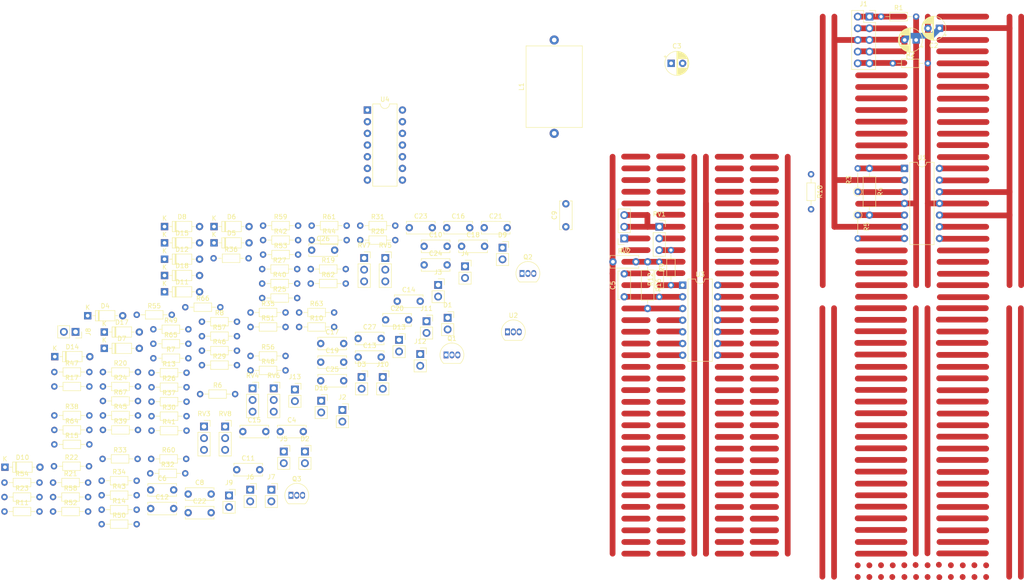
<source format=kicad_pcb>
(kicad_pcb (version 20211014) (generator pcbnew)
  (layers (0 "F.Cu" signal) (31 "B.Cu" signal) (34 "B.Paste" user) (35 "F.Paste" user) (36 "B.SilkS" user "B.Silkscreen") (37 "F.SilkS" user "F.Silkscreen") (38 "B.Mask" user) (39 "F.Mask" user) (44 "Edge.Cuts" user))
  (net 0 "")
  (net 1 "+12V")
  (net 2 "GND")
  (net 3 "-12V")
  (net 4 "+5V")
  (net 5 "Net-(C5-Pad1)")
  (net 6 "Net-(C5-Pad2)")
  (net 7 "Net-(C6-Pad1)")
  (net 8 "Net-(C6-Pad2)")
  (net 9 "Net-(C7-Pad2)")
  (net 10 "Net-(C8-Pad1)")
  (net 11 "Net-(C8-Pad2)")
  (net 12 "Net-(C10-Pad1)")
  (net 13 "Net-(C10-Pad2)")
  (net 14 "Net-(C11-Pad2)")
  (net 15 "Net-(C12-Pad1)")
  (net 16 "Net-(C12-Pad2)")
  (net 17 "Net-(C13-Pad1)")
  (net 18 "Net-(C13-Pad2)")
  (net 19 "Net-(C14-Pad2)")
  (net 20 "Net-(C15-Pad2)")
  (net 21 "Net-(C16-Pad1)")
  (net 22 "Net-(C16-Pad2)")
  (net 23 "SNAREMIX")
  (net 24 "Net-(C18-Pad1)")
  (net 25 "Net-(C18-Pad2)")
  (net 26 "Net-(C19-Pad1)")
  (net 27 "Net-(C19-Pad2)")
  (net 28 "Net-(C20-Pad2)")
  (net 29 "Net-(C21-Pad2)")
  (net 30 "Net-(C22-Pad2)")
  (net 31 "Net-(C23-Pad1)")
  (net 32 "Net-(C23-Pad2)")
  (net 33 "Net-(C24-Pad2)")
  (net 34 "Net-(C25-Pad2)")
  (net 35 "Net-(C26-Pad1)")
  (net 36 "Net-(C26-Pad2)")
  (net 37 "Net-(C27-Pad2)")
  (net 38 "Net-(D1-Pad1)")
  (net 39 "kicktrig")
  (net 40 "Net-(D2-Pad1)")
  (net 41 "SNAREtrig")
  (net 42 "Net-(D3-Pad1)")
  (net 43 "Noisetrig")
  (net 44 "Net-(D7-Pad2)")
  (net 45 "Net-(D8-Pad1)")
  (net 46 "Net-(D8-Pad2)")
  (net 47 "Net-(D9-Pad1)")
  (net 48 "LOWBONGOtrig")
  (net 49 "Net-(D12-Pad2)")
  (net 50 "Net-(D13-Pad1)")
  (net 51 "HIBONGOtrig")
  (net 52 "Net-(D15-Pad2)")
  (net 53 "Net-(D16-Pad1)")
  (net 54 "CLAVEtrig")
  (net 55 "Net-(D17-Pad2)")
  (net 56 "Net-(J1-Pad1)")
  (net 57 "Net-(J1-Pad10)")
  (net 58 "Net-(J8-Pad2)")
  (net 59 "Net-(J9-Pad2)")
  (net 60 "Net-(J10-Pad2)")
  (net 61 "Net-(J11-Pad2)")
  (net 62 "Net-(J12-Pad2)")
  (net 63 "Net-(J13-Pad2)")
  (net 64 "Net-(Q2-Pad1)")
  (net 66 "mixbus")
  (net 67 "Net-(R3-Pad2)")
  (net 68 "Net-(R4-Pad2)")
  (net 69 "mixout")
  (net 70 "Net-(R9-Pad2)")
  (net 71 "Net-(R24-Pad2)")
  (net 72 "Net-(R36-Pad2)")
  (net 73 "Net-(R40-Pad2)")
  (net 74 "Net-(R41-Pad2)")
  (net 75 "Net-(R47-Pad2)")
  (net 76 "SNAREOUT")
  (net 77 "Net-(R52-Pad2)")
  (net 78 "KICKOUT")
  (net 79 "LOWBONGO")
  (net 80 "HIGHBONGO")
  (net 81 "CLAVEOUT")
  (net 82 "Net-(RV1-Pad1)")
  (net 83 "Net-(RV3-Pad1)")
  (net 84 "Net-(RV5-Pad1)")
  (net 85 "Net-(RV7-Pad1)")
  (footprint "Resistor_THT:R_Axial_DIN0204_L3.6mm_D1.6mm_P7.62mm_Horizontal" (layer "F.Cu") (at 44.06 115.32)
    (fp_text reference "R39")
    (fp_text value "1k")
  )
  (footprint "Resistor_THT:R_Axial_DIN0204_L3.6mm_D1.6mm_P7.62mm_Horizontal" (layer "F.Cu") (at 54.55 121.62)
    (fp_text reference "R60")
    (fp_text value "100k")
  )
  (footprint "Resistor_THT:R_Axial_DIN0204_L3.6mm_D1.6mm_P7.62mm_Horizontal" (layer "F.Cu") (at 43.78 135.82)
    (fp_text reference "R50")
    (fp_text value "100k")
  )
  (footprint "Connector_PinSocket_2.54mm:PinSocket_1x03_P2.54mm_Vertical" (layer "F.Cu") (at 66.05 114.57)
    (fp_text reference "RV3")
    (fp_text value "B470k")
  )
  (footprint "Resistor_THT:R_Axial_DIN0204_L3.6mm_D1.6mm_P7.62mm_Horizontal" (layer "F.Cu") (at 76.17 92.92)
    (fp_text reference "R51")
    (fp_text value "100k")
  )
  (footprint "Resistor_THT:R_Axial_DIN0207_L6.3mm_D2.5mm_P10.16mm_Horizontal" (layer "F.Cu") (at 162.56 78.74 -90)
    (fp_text reference "R16")
    (fp_text value "68k")
  )
  (footprint "Resistor_THT:R_Axial_DIN0204_L3.6mm_D1.6mm_P7.62mm_Horizontal" (layer "F.Cu") (at 61.98 88.62)
    (fp_text reference "R66")
    (fp_text value "1k")
  )
  (footprint "Resistor_THT:R_Axial_DIN0204_L3.6mm_D1.6mm_P7.62mm_Horizontal" (layer "F.Cu") (at 65.6 98.07)
    (fp_text reference "R46")
    (fp_text value "47k")
  )
  (footprint "Resistor_THT:R_Axial_DIN0204_L3.6mm_D1.6mm_P7.62mm_Horizontal" (layer "F.Cu") (at 78.9 74.02)
    (fp_text reference "R42")
    (fp_text value "10k")
  )
  (footprint "Resistor_THT:R_Axial_DIN0204_L3.6mm_D1.6mm_P7.62mm_Horizontal" (layer "F.Cu") (at 100.04 74.02)
    (fp_text reference "R28")
    (fp_text value "1M")
  )
  (footprint "Resistor_THT:R_Axial_DIN0204_L3.6mm_D1.6mm_P7.62mm_Horizontal" (layer "F.Cu") (at 78.7 86.62)
    (fp_text reference "R25")
    (fp_text value "10k")
  )
  (footprint "Capacitor_THT:C_Disc_D6.0mm_W2.5mm_P5.00mm" (layer "F.Cu") (at 99.59 99.47)
    (fp_text reference "C13")
    (fp_text value "47nf")
  )
  (footprint "Connector_PinSocket_2.54mm:PinSocket_1x03_P2.54mm_Vertical" (layer "F.Cu") (at 100.89 77.92)
    (fp_text reference "RV7")
    (fp_text value "B470k")
  )
  (footprint "Capacitor_THT:C_Disc_D6.0mm_W2.5mm_P5.00mm" (layer "F.Cu") (at 110.71 71.32)
    (fp_text reference "C23")
    (fp_text value "1n5")
  )
  (footprint "Resistor_THT:R_Axial_DIN0204_L3.6mm_D1.6mm_P7.62mm_Horizontal" (layer "F.Cu") (at 89.47 74.02)
    (fp_text reference "R44")
    (fp_text value "10k")
  )
  (footprint "Diode_THT:D_DO-35_SOD27_P7.62mm_Horizontal" (layer "F.Cu") (at 57.46 71.07)
    (fp_text reference "D8")
    (fp_text value "1N4148")
  )
  (footprint "Resistor_THT:R_Axial_DIN0204_L3.6mm_D1.6mm_P7.62mm_Horizontal" (layer "F.Cu") (at 33.21 129.92)
    (fp_text reference "R58")
    (fp_text value "10k")
  )
  (footprint "Resistor_THT:R_Axial_DIN0204_L3.6mm_D1.6mm_P5.08mm_Vertical" (layer "F.Cu") (at 208.28 63.5 90)
    (fp_text reference "R3")
    (fp_text value "100k")
  )
  (footprint "Connector_PinSocket_2.54mm:PinSocket_1x03_P2.54mm_Vertical" (layer "F.Cu") (at 165.1 71.12)
    (fp_text reference "RV1")
    (fp_text value "B470k")
  )
  (footprint "Resistor_THT:R_Axial_DIN0204_L3.6mm_D1.6mm_P7.62mm_Horizontal" (layer "F.Cu") (at 44.06 102.72)
    (fp_text reference "R20")
    (fp_text value "2k2")
  )
  (footprint "Resistor_THT:R_Axial_DIN0204_L3.6mm_D1.6mm_P7.62mm_Horizontal" (layer "F.Cu") (at 55.03 96.57)
    (fp_text reference "R65")
    (fp_text value "1k")
  )
  (footprint "Capacitor_THT:C_Disc_D6.0mm_W2.5mm_P5.00mm" (layer "F.Cu") (at 113.94 75.37)
    (fp_text reference "C10")
    (fp_text value "470nf")
  )
  (footprint "Resistor_THT:R_Axial_DIN0204_L3.6mm_D1.6mm_P7.62mm_Horizontal" (layer "F.Cu") (at 33.49 118.47)
    (fp_text reference "R15")
    (fp_text value "47k")
  )
  (footprint "Connector_PinSocket_2.54mm:PinSocket_1x02_P2.54mm_Vertical" (layer "F.Cu") (at 80.7 128.32)
    (fp_text reference "J7")
    (fp_text value "NoiseTrig")
  )
  (footprint "Capacitor_THT:C_Disc_D6.0mm_W2.5mm_P5.00mm" (layer "F.Cu") (at 91.44 104.62)
    (fp_text reference "C25")
    (fp_text value "1n5")
  )
  (footprint "Capacitor_THT:CP_Radial_D5.0mm_P2.50mm" (layer "F.Cu") (at 226.06 27.94 180)
    (fp_text reference "C2")
    (fp_text value "10uf")
  )
  (footprint "Resistor_THT:R_Axial_DIN0204_L3.6mm_D1.6mm_P7.62mm_Horizontal" (layer "F.Cu") (at 54.63 115.47)
    (fp_text reference "R41")
    (fp_text value "150k")
  )
  (footprint "Connector_PinSocket_2.54mm:PinSocket_2x05_P2.54mm_Vertical" (layer "F.Cu") (at 210.82 25.4)
    (fp_text reference "J1")
    (fp_text value "Conn_02x05_Odd_Even")
  )
  (footprint "Resistor_THT:R_Axial_DIN0204_L3.6mm_D1.6mm_P7.62mm_Horizontal" (layer "F.Cu") (at 78.7 83.47)
    (fp_text reference "R40")
    (fp_text value "100k")
  )
  (footprint "Resistor_THT:R_Axial_DIN0204_L3.6mm_D1.6mm_P7.62mm_Horizontal" (layer "F.Cu") (at 55.03 93.42)
    (fp_text reference "R49")
    (fp_text value "100k")
  )
  (footprint "Connector_PinSocket_2.54mm:PinSocket_1x03_P2.54mm_Vertical" (layer "F.Cu") (at 157.48 73.66 180)
    (fp_text reference "RV2")
    (fp_text value "1M")
  )
  (footprint "Resistor_THT:R_Axial_DIN0204_L3.6mm_D1.6mm_P7.62mm_Horizontal" (layer "F.Cu") (at 51.41 90.27)
    (fp_text reference "R55")
    (fp_text value "1k")
  )
  (footprint "Resistor_THT:R_Axial_DIN0204_L3.6mm_D1.6mm_P7.62mm_Horizontal" (layer "F.Cu") (at 22.64 133.07)
    (fp_text reference "R11")
    (fp_text value "100k")
  )
  (footprint "Connector_PinSocket_2.54mm:PinSocket_1x02_P2.54mm_Vertical" (layer "F.Cu") (at 130.99 75.67)
    (fp_text reference "D9")
    (fp_text value "LBongoLED")
  )
  (footprint "Resistor_THT:R_Axial_DIN0204_L3.6mm_D1.6mm_P7.62mm_Horizontal" (layer "F.Cu") (at 54.63 112.32)
    (fp_text reference "R30")
    (fp_text value "47k")
  )
  (footprint "Capacitor_THT:C_Disc_D6.0mm_W2.5mm_P5.00mm" (layer "F.Cu") (at 73.17 123.97)
    (fp_text reference "C11")
    (fp_text value "100nf")
  )
  (footprint "Resistor_THT:R_Axial_DIN0204_L3.6mm_D1.6mm_P7.62mm_Horizontal" (layer "F.Cu") (at 65.6 91.77)
    (fp_text reference "R8")
    (fp_text value "1k")
  )
  (footprint "Inductor_THT:L_Axial_L17.5mm_D12.0mm_P20.32mm_Horizontal_Vishay_IM-10-46" (layer "F.Cu") (at 142.24 50.8 90)
    (fp_text reference "L1")
    (fp_text value "100mh")
  )
  (footprint "Resistor_THT:R_Axial_DIN0204_L3.6mm_D1.6mm_P7.62mm_Horizontal" (layer "F.Cu") (at 43.78 132.67)
    (fp_text reference "R14")
    (fp_text value "27k")
  )
  (footprint "Connector_PinSocket_2.54mm:PinSocket_1x03_P2.54mm_Vertical" (layer "F.Cu") (at 81.22 106.27)
    (fp_text reference "RV6")
    (fp_text value "1M")
  )
  (footprint "Resistor_THT:R_Axial_DIN0204_L3.6mm_D1.6mm_P7.62mm_Horizontal" (layer "F.Cu") (at 33.21 133.07)
    (fp_text reference "R52")
    (fp_text value "150k")
  )
  (footprint "Resistor_THT:R_Axial_DIN0204_L3.6mm_D1.6mm_P7.62mm_Horizontal" (layer "F.Cu") (at 65.2 107.52)
    (fp_text reference "R6")
    (fp_text value "1k")
  )
  (footprint "Connector_PinSocket_2.54mm:PinSocket_1x02_P2.54mm_Vertical" (layer "F.Cu") (at 100.34 103.82)
    (fp_text reference "D3")
    (fp_text value "nosieLED")
  )
  (footprint "Resistor_THT:R_Axial_DIN0204_L3.6mm_D1.6mm_P7.62mm_Horizontal" (layer "F.Cu") (at 78.9 70.87)
    (fp_text reference "R59")
    (fp_text value "47k")
  )
  (footprint "Connector_PinSocket_2.54mm:PinSocket_1x02_P2.54mm_Vertical" (layer "F.Cu") (at 113.09 98.82)
    (fp_text reference "J12")
    (fp_text value "SnareOut")
  )
  (footprint "Resistor_THT:R_Axial_DIN0204_L3.6mm_D1.6mm_P7.62mm_Horizontal" (layer "F.Cu") (at 100.04 70.87)
    (fp_text reference "R31")
    (fp_text value "68k")
  )
  (footprint "Diode_THT:D_DO-35_SOD27_P7.62mm_Horizontal" (layer "F.Cu") (at 57.46 74.62)
    (fp_text reference "D15")
    (fp_text value "1N4148")
  )
  (footprint "Capacitor_THT:C_Disc_D6.0mm_W2.5mm_P5.00mm" (layer "F.Cu") (at 99.59 95.42)
    (fp_text reference "C27")
    (fp_text value "470nf")
  )
  (footprint "Diode_THT:D_DO-35_SOD27_P7.62mm_Horizontal" (layer "F.Cu") (at 22.74 123.42)
    (fp_text reference "D10")
    (fp_text value "1N4148")
  )
  (footprint "Capacitor_THT:CP_Radial_D5.0mm_P2.50mm" (layer "F.Cu") (at 167.68 35.56)
    (fp_text reference "C3")
    (fp_text value "10uf")
  )
  (footprint "Capacitor_THT:C_Disc_D6.0mm_W2.5mm_P5.00mm" (layer "F.Cu") (at 118.86 71.32)
    (fp_text reference "C16")
    (fp_text value "470nf")
  )
  (footprint "Resistor_THT:R_Axial_DIN0204_L3.6mm_D1.6mm_P7.62mm_Horizontal" (layer "F.Cu") (at 78.7 80.32)
    (fp_text reference "R27")
    (fp_text value "10k")
  )
  (footprint "Resistor_THT:R_Axial_DIN0204_L3.6mm_D1.6mm_P7.62mm_Horizontal" (layer "F.Cu") (at 44.06 105.87)
    (fp_text reference "R24")
    (fp_text value "150k")
  )
  (footprint "Resistor_THT:R_Axial_DIN0204_L3.6mm_D1.6mm_P7.62mm_Horizontal" (layer "F.Cu") (at 33.21 126.77)
    (fp_text reference "R21")
    (fp_text value "1M")
  )
  (footprint "Resistor_THT:R_Axial_DIN0204_L3.6mm_D1.6mm_P7.62mm_Horizontal" (layer "F.Cu") (at 215.9 35.56)
    (fp_text reference "R2")
    (fp_text value "10R")
  )
  (footprint "Resistor_THT:R_Axial_DIN0204_L3.6mm_D1.6mm_P7.62mm_Horizontal" (layer "F.Cu") (at 22.64 126.77)
    (fp_text reference "R54")
    (fp_text value "10k")
  )
  (footprint "Package_TO_SOT_THT:TO-92_Inline" (layer "F.Cu") (at 135.25 81.28)
    (fp_text reference "Q2")
    (fp_text value "2N3904")
  )
  (footprint "Connector_PinSocket_2.54mm:PinSocket_1x02_P2.54mm_Vertical" (layer "F.Cu") (at 116.99 83.77)
    (fp_text reference "J3")
    (fp_text value "LOWBongoTrig")
  )
  (footprint "Diode_THT:D_DO-35_SOD27_P7.62mm_Horizontal" (layer "F.Cu") (at 68.23 71.07)
    (fp_text reference "D6")
    (fp_text value "1N4148")
  )
  (footprint "Resistor_THT:R_Axial_DIN0204_L3.6mm_D1.6mm_P7.62mm_Horizontal" (layer "F.Cu") (at 167.64 83.82 90)
    (fp_text reference "R9")
    (fp_text value "150k")
  )
  (footprint "Connector_PinSocket_2.54mm:PinSocket_1x02_P2.54mm_Vertical" (layer "F.Cu") (at 71.5 129.57)
    (fp_text reference "J9")
    (fp_text value "LOWBongoOut")
  )
  (footprint "Resistor_THT:R_Axial_DIN0204_L3.6mm_D1.6mm_P7.62mm_Horizontal" (layer "F.Cu") (at 33.49 105.87)
    (fp_text reference "R17")
    (fp_text value "27k")
  )
  (footprint "Capacitor_THT:C_Disc_D6.0mm_W2.5mm_P5.00mm" (layer "F.Cu") (at 113.94 79.42)
    (fp_text reference "C24")
    (fp_text value "4n7")
  )
  (footprint "Resistor_THT:R_Axial_DIN0204_L3.6mm_D1.6mm_P7.62mm_Horizontal" (layer "F.Cu") (at 65.6 94.92)
    (fp_text reference "R57")
    (fp_text value "68k")
  )
  (footprint "Capacitor_THT:C_Disc_D6.0mm_W2.5mm_P5.00mm" (layer "F.Cu") (at 122.09 75.37)
    (fp_text reference "C18")
    (fp_text value "10nf")
  )
  (footprint "Resistor_THT:R_Axial_DIN0204_L3.6mm_D1.6mm_P7.62mm_Horizontal" (layer "F.Cu") (at 68.13 77.97)
    (fp_text reference "R36")
    (fp_text value "18k")
  )
  (footprint "Resistor_THT:R_Axial_DIN0204_L3.6mm_D1.6mm_P7.62mm_Horizontal" (layer "F.Cu") (at 213.36 25.4)
    (fp_text reference "R1")
    (fp_text value "10R")
  )
  (footprint "Resistor_THT:R_Axial_DIN0204_L3.6mm_D1.6mm_P7.62mm_Horizontal" (layer "F.Cu") (at 33.49 115.32)
    (fp_text reference "R64")
    (fp_text value "1k")
  )
  (footprint "Diode_THT:D_DO-35_SOD27_P7.62mm_Horizontal" (layer "F.Cu") (at 57.46 85.27)
    (fp_text reference "D11")
    (fp_text value "1N4148")
  )
  (footprint "Resistor_THT:R_Axial_DIN0204_L3.6mm_D1.6mm_P7.62mm_Horizontal" (layer "F.Cu") (at 89.27 83.47)
    (fp_text reference "R62")
    (fp_text value "1k")
  )
  (footprint "Connector_PinSocket_2.54mm:PinSocket_1x03_P2.54mm_Vertical" (layer "F.Cu") (at 76.62 106.27)
    (fp_text reference "RV4")
    (fp_text value "1M")
  )
  (footprint "Diode_THT:D_DO-35_SOD27_P7.62mm_Horizontal" (layer "F.Cu") (at 40.74 90.47)
    (fp_text reference "D4")
    (fp_text value "1N4148")
  )
  (footprint "Capacitor_THT:C_Disc_D6.0mm_W2.5mm_P5.00mm" (layer "F.Cu") (at 144.78 71.12 90)
    (fp_text reference "C9")
    (fp_text value "47nf")
  )
  (footprint "Package_TO_SOT_THT:TO-92_Inline" (layer "F.Cu") (at 84.96 129.54)
    (fp_text reference "Q3")
    (fp_text value "2N3904")
  )
  (footprint "Resistor_THT:R_Axial_DIN0204_L3.6mm_D1.6mm_P7.62mm_Horizontal" (layer "F.Cu") (at 89.47 70.87)
    (fp_text reference "R61")
    (fp_text value "100k")
  )
  (footprint "Resistor_THT:R_Axial_DIN0204_L3.6mm_D1.6mm_P7.62mm_Horizontal" (layer "F.Cu") (at 22.64 129.92)
    (fp_text reference "R23")
    (fp_text value "1M")
  )
  (footprint "Capacitor_THT:C_Disc_D6.0mm_W2.5mm_P5.00mm" (layer "F.Cu") (at 54.45 128.37)
    (fp_text reference "C6")
    (fp_text value "150nf")
  )
  (footprint "Package_TO_SOT_THT:TO-92_Inline" (layer "F.Cu") (at 132.08 93.98)
    (fp_text reference "U2")
    (fp_text value "L78L05_TO92")
  )
  (footprint "Package_TO_SOT_THT:TO-92_Inline" (layer "F.Cu") (at 118.72 99)
    (fp_text reference "Q1")
    (fp_text value "2N3904")
  )
  (footprint "Resistor_THT:R_Axial_DIN0204_L3.6mm_D1.6mm_P7.62mm_Horizontal" (layer "F.Cu") (at 33.49 102.72)
    (fp_text reference "R47")
    (fp_text value "100k")
  )
  (footprint "Capacitor_THT:C_Disc_D6.0mm_W2.5mm_P5.00mm" (layer "F.Cu") (at 62.6 129.27)
    (fp_text reference "C8")
    (fp_text value "100nf")
  )
  (footprint "Connector_PinSocket_2.54mm:PinSocket_1x02_P2.54mm_Vertical" (layer "F.Cu") (at 38.1 93.98 -90)
    (fp_text reference "J8")
    (fp_text value "KickOut")
  )
  (footprint "Capacitor_THT:C_Disc_D6.0mm_W2.5mm_P5.00mm" (layer "F.Cu") (at 105.56 91.37)
    (fp_text reference "C20")
    (fp_text value "33nf")
  )
  (footprint "Resistor_THT:R_Axial_DIN0204_L3.6mm_D1.6mm_P7.62mm_Horizontal" (layer "F.Cu") (at 43.98 121.62)
    (fp_text reference "R33")
    (fp_text value "100k")
  )
  (footprint "Diode_THT:D_DO-35_SOD27_P7.62mm_Horizontal" (layer "F.Cu") (at 57.46 78.17)
    (fp_text reference "D12")
    (fp_text value "1N4148")
  )
  (footprint "Package_DIP:DIP-14_W7.62mm" (layer "F.Cu") (at 170.18 83.82)
    (fp_text reference "U3")
    (fp_text value "4011")
  )
  (footprint "Resistor_THT:R_Axial_DIN0204_L3.6mm_D1.6mm_P7.62mm_Horizontal" (layer "F.Cu") (at 54.63 109.17)
    (fp_text reference "R37")
    (fp_text value "100k")
  )
  (footprint "Connector_PinSocket_2.54mm:PinSocket_1x02_P2.54mm_Vertical" (layer "F.Cu") (at 119.06 90.92)
    (fp_text reference "D1")
    (fp_text value "kickLED")
  )
  (footprint "Diode_THT:D_DO-35_SOD27_P7.62mm_Horizontal" (layer "F.Cu") (at 44.36 97.57)
    (fp_text reference "D7")
    (fp_text value "1N4148")
  )
  (footprint "Capacitor_THT:C_Disc_D6.0mm_W2.5mm_P5.00mm" (layer "F.Cu") (at 74.5 115.67)
    (fp_text reference "C15")
    (fp_text value "15nf")
  )
  (footprint "Resistor_THT:R_Axial_DIN0204_L3.6mm_D1.6mm_P7.62mm_Horizontal" (layer "F.Cu") (at 43.78 126.37)
    (fp_text reference "R34")
    (fp_text value "100k")
  )
  (footprint "Connector_PinSocket_2.54mm:PinSocket_1x02_P2.54mm_Vertical" (layer "F.Cu") (at 88 120.02)
    (fp_text reference "D2")
    (fp_text value "SNARELED")
  )
  (footprint "Package_DIP:DIP-14_W7.62mm" (layer "F.Cu") (at 101.6 45.72)
    (fp_text reference "U4")
    (fp_text value "TL074")
  )
  (footprint "Connector_PinSocket_2.54mm:PinSocket_1x03_P2.54mm_Vertical" (layer "F.Cu") (at 70.65 114.57)
    (fp_text reference "RV8")
    (fp_text value "1M")
  )
  (footprint "Connector_PinSocket_2.54mm:PinSocket_1x02_P2.54mm_Vertical" (layer "F.Cu") (at 114.46 91.67)
    (fp_text reference "J11")
    (fp_text value "ClaveOut")
  )
  (footprint "Resistor_THT:R_Axial_DIN0204_L3.6mm_D1.6mm_P7.62mm_Horizontal" (layer "F.Cu") (at 54.35 124.77)
    (fp_text reference "R32")
    (fp_text value "4k7")
  )
  (footprint "Capacitor_THT:C_Disc_D6.0mm_W2.5mm_P5.00mm" (layer "F.Cu") (at 157.48 86.36 90)
    (fp_text reference "C5")
    (fp_text value "47nf")
  )
  (footprint "Resistor_THT:R_Axial_DIN0204_L3.6mm_D1.6mm_P7.62mm_Horizontal" (layer "F.Cu") (at 165.1 86.36 90)
    (fp_text reference "R12")
    (fp_text value "68k")
  )
  (footprint "Connector_PinSocket_2.54mm:PinSocket_1x02_P2.54mm_Vertical" (layer "F.Cu") (at 76.1 128.32)
    (fp_text reference "J6")
    (fp_text value "SnareTrig")
  )
  (footprint "Connector_PinSocket_2.54mm:PinSocket_1x02_P2.54mm_Vertical" (layer "F.Cu") (at 108.49 95.72)
    (fp_text reference "D13")
    (fp_text value "HBongoLED")
  )
  (footprint "Diode_THT:D_DO-35_SOD27_P7.62mm_Horizontal" (layer "F.Cu") (at 68.23 74.62)
    (fp_text reference "D5")
    (fp_text value "1N4148")
  )
  (footprint "Capacitor_THT:C_Disc_D6.0mm_W2.5mm_P5.00mm" (layer "F.Cu") (at 155.02 78.74)
    (fp_text reference "C7")
    (fp_text value "150nf")
  )
  (footprint "Capacitor_THT:CP_Radial_D5.0mm_P2.50mm" (layer "F.Cu") (at 220.98 30.48 180)
    (fp_text reference "C1")
    (fp_text value "10uf")
  )
  (footprint "Connector_PinSocket_2.54mm:PinSocket_1x02_P2.54mm_Vertical" (layer "F.Cu") (at 83.4 120.02)
    (fp_text reference "J5")
    (fp_text value "ClaveTrig")
  )
  (footprint "Capacitor_THT:C_Disc_D6.0mm_W2.5mm_P5.00mm" (layer "F.Cu") (at 108.09 87.32)
    (fp_text reference "C14")
    (fp_text value "47nf")
  )
  (footprint "Connector_PinSocket_2.54mm:PinSocket_1x02_P2.54mm_Vertical" (layer "F.Cu") (at 85.82 106.52)
    (fp_text reference "J13")
    (fp_text value "MixOut")
  )
  (footprint "Resistor_THT:R_Axial_DIN0204_L3.6mm_D1.6mm_P7.62mm_Horizontal" (layer "F.Cu") (at 65.6 101.22)
    (fp_text reference "R29")
    (fp_text value "27k")
  )
  (footprint "Resistor_THT:R_Axial_DIN0204_L3.6mm_D1.6mm_P7.62mm_Horizontal" (layer "F.Cu") (at 89.27 80.32)
    (fp_text reference "R19")
    (fp_text value "100k")
  )
  (footprint "Connector_PinSocket_2.54mm:PinSocket_1x02_P2.54mm_Vertical" (layer "F.Cu") (at 91.55 108.97)
    (fp_text reference "D16")
    (fp_text value "ClaveLED")
  )
  (footprint "Connector_PinSocket_2.54mm:PinSocket_1x02_P2.54mm_Vertical" (layer "F.Cu") (at 96.15 110.97)
    (fp_text reference "J2")
    (fp_text value "KickTrig")
  )
  (footprint "Resistor_THT:R_Axial_DIN0204_L3.6mm_D1.6mm_P7.62mm_Horizontal" (layer "F.Cu") (at 33.41 123.22)
    (fp_text reference "R22")
    (fp_text value "1k")
  )
  (footprint "Resistor_THT:R_Axial_DIN0207_L6.3mm_D2.5mm_P10.16mm_Horizontal" (layer "F.Cu") (at 210.82 58.42 -90)
    (fp_text reference "R4")
    (fp_text value "100k")
  )
  (footprint "Resistor_THT:R_Axial_DIN0204_L3.6mm_D1.6mm_P7.62mm_Horizontal" (layer "F.Cu") (at 33.49 112.17)
    (fp_text reference "R38")
    (fp_text value "18k")
  )
  (footprint "Connector_PinSocket_2.54mm:PinSocket_1x02_P2.54mm_Vertical" (layer "F.Cu") (at 122.84 79.72)
    (fp_text reference "J4")
    (fp_text value "HIBongoTrig")
  )
  (footprint "Resistor_THT:R_Axial_DIN0204_L3.6mm_D1.6mm_P7.62mm_Horizontal" (layer "F.Cu") (at 78.9 77.17)
    (fp_text reference "R53")
    (fp_text value "68k")
  )
  (footprint "Resistor_THT:R_Axial_DIN0204_L3.6mm_D1.6mm_P7.62mm_Horizontal" (layer "F.Cu") (at 76.17 99.22)
    (fp_text reference "R56")
    (fp_text value "27k")
  )
  (footprint "Resistor_THT:R_Axial_DIN0204_L3.6mm_D1.6mm_P7.62mm_Horizontal" (layer "F.Cu") (at 43.78 129.52)
    (fp_text reference "R43")
    (fp_text value "68k")
  )
  (footprint "Resistor_THT:R_Axial_DIN0204_L3.6mm_D1.6mm_P7.62mm_Horizontal" (layer "F.Cu") (at 76.17 89.77)
    (fp_text reference "R35")
    (fp_text value "100k")
  )
  (footprint "Capacitor_THT:C_Disc_D6.0mm_W2.5mm_P5.00mm" (layer "F.Cu") (at 54.45 132.42)
    (fp_text reference "C12")
    (fp_text value "15nf")
  )
  (footprint "Resistor_THT:R_Axial_DIN0204_L3.6mm_D1.6mm_P7.62mm_Horizontal" (layer "F.Cu") (at 86.74 89.77)
    (fp_text reference "R63")
    (fp_text value "1k")
  )
  (footprint "Capacitor_THT:C_Disc_D6.0mm_W2.5mm_P5.00mm" (layer "F.Cu") (at 127.01 71.32)
    (fp_text reference "C21")
    (fp_text value "10nf")
  )
  (footprint "Resistor_THT:R_Axial_DIN0204_L3.6mm_D1.6mm_P7.62mm_Horizontal" (layer "F.Cu") (at 198.12 59.69 -90)
    (fp_text reference "R18")
    (fp_text value "47k")
  )
  (footprint "Capacitor_THT:C_Disc_D6.0mm_W2.5mm_P5.00mm" (layer "F.Cu") (at 82.65 115.67)
    (fp_text reference "C4")
    (fp_text value "100n")
  )
  (footprint "Capacitor_THT:C_Disc_D6.0mm_W2.5mm_P5.00mm" (layer "F.Cu") (at 91.44 96.52)
    (fp_text reference "C17")
    (fp_text value "470nf")
  )
  (footprint "Resistor_THT:R_Axial_DIN0204_L3.6mm_D1.6mm_P7.62mm_Horizontal" (layer "F.Cu") (at 54.63 102.87)
    (fp_text reference "R13")
    (fp_text value "10k")
  )
  (footprint "Package_DIP:DIP-14_W7.62mm" (layer "F.Cu") (at 218.44 58.42)
    (fp_text reference "U1")
    (fp_text value "TL074")
  )
  (footprint "Capacitor_THT:C_Disc_D6.0mm_W2.5mm_P5.00mm" (layer "F.Cu") (at 91.44 100.57)
    (fp_text reference "C19")
    (fp_text value "33nf")
  )
  (footprint "Resistor_THT:R_Axial_DIN0204_L3.6mm_D1.6mm_P7.62mm_Horizontal" (layer "F.Cu") (at 55.03 99.72)
    (fp_text reference "R7")
    (fp_text value "1k")
  )
  (footprint "Resistor_THT:R_Axial_DIN0204_L3.6mm_D1.6mm_P5.08mm_Vertical" (layer "F.Cu") (at 208.28 68.58 -90)
    (fp_text reference "R5")
    (fp_text value "100k")
  )
  (footprint "Capacitor_THT:C_Disc_D6.0mm_W2.5mm_P5.00mm" (layer "F.Cu") (at 62.6 133.32)
    (fp_text reference "C22")
    (fp_text value "470nf")
  )
  (footprint "Diode_THT:D_DO-35_SOD27_P7.62mm_Horizontal" (layer "F.Cu") (at 57.46 81.72)
    (fp_text reference "D18")
    (fp_text value "1N4148")
  )
  (footprint "Resistor_THT:R_Axial_DIN0204_L3.6mm_D1.6mm_P7.62mm_Horizontal" (layer "F.Cu") (at 44.06 109.02)
    (fp_text reference "R67")
    (fp_text value "1k")
  )
  (footprint "Resistor_THT:R_Axial_DIN0204_L3.6mm_D1.6mm_P7.62mm_Horizontal" (layer "F.Cu") (at 76.17 102.37)
    (fp_text reference "R48")
    (fp_text value "68k")
  )
  (footprint "Connector_PinSocket_2.54mm:PinSocket_1x02_P2.54mm_Vertical" (layer "F.Cu") (at 104.94 103.82)
    (fp_text reference "J10")
    (fp_text value "HIBongoOut")
  )
  (footprint "Resistor_THT:R_Axial_DIN0204_L3.6mm_D1.6mm_P7.62mm_Horizontal" (layer "F.Cu") (at 44.06 112.17)
    (fp_text reference "R45")
    (fp_text value "27k")
  )
  (footprint "Connector_PinSocket_2.54mm:PinSocket_1x03_P2.54mm_Vertical" (layer "F.Cu") (at 105.49 77.92)
    (fp_text reference "RV5")
    (fp_text value "B470k")
  )
  (footprint "Capacitor_THT:C_Disc_D6.0mm_W2.5mm_P5.00mm" (layer "F.Cu") (at 89.47 76.2)
    (fp_text reference "C26")
    (fp_text value "4n7")
  )
  (footprint "Resistor_THT:R_Axial_DIN0204_L3.6mm_D1.6mm_P7.62mm_Horizontal" (layer "F.Cu") (at 54.63 106.02)
    (fp_text reference "R26")
    (fp_text value "68k")
  )
  (footprint "Diode_THT:D_DO-35_SOD27_P7.62mm_Horizontal" (layer "F.Cu") (at 33.59 99.37)
    (fp_text reference "D14")
    (fp_text value "1N4148")
  )
  (footprint "Resistor_THT:R_Axial_DIN0204_L3.6mm_D1.6mm_P7.62mm_Horizontal" (layer "F.Cu") (at 86.74 92.92)
    (fp_text reference "R10")
    (fp_text value "10k")
  )
  (footprint "Diode_THT:D_DO-35_SOD27_P7.62mm_Horizontal" (layer "F.Cu") (at 44.36 94.02)
    (fp_text reference "D17")
    (fp_text value "1N4148")
  )
  (segment (start 208.28 116.84) (end 218.44 116.84) (width 1.25) (layer "F.Cu") (net 0))
  (segment (start 226.06 25.4) (end 236.22 25.4) (width 1.25) (layer "F.Cu") (net 0))
  (segment (start 226.134118 38.170028) (end 236.294118 38.170028) (width 1.25) (layer "F.Cu") (net 0))
  (segment (start 236.145882 93.909972) (end 225.985882 93.909972) (width 1.25) (layer "F.Cu") (net 0))
  (segment (start 185.42 104.14) (end 190.5 104.14) (width 1.25) (layer "F.Cu") (net 0))
  (segment (start 177.8 60.96) (end 182.88 60.96) (width 1.25) (layer "F.Cu") (net 0))
  (segment (start 226.06 114.3) (end 236.22 114.3) (width 1.25) (layer "F.Cu") (net 0))
  (segment (start 223.463447 144.742298) (end 223.482298 144.761149) (width 1.25) (layer "F.Cu") (net 0))
  (segment (start 226.06 137.16) (end 236.22 137.16) (width 1.25) (layer "F.Cu") (net 0))
  (segment (start 208.261149 147.301149) (end 208.28 147.32) (width 1.25) (layer "F.Cu") (net 0))
  (segment (start 185.42 68.58) (end 190.5 68.58) (width 1.25) (layer "F.Cu") (net 0))
  (segment (start 208.253048 121.849972) (end 218.413048 121.849972) (width 1.25) (layer "F.Cu") (net 0))
  (segment (start 157.48 101.6) (end 162.56 101.6) (width 1.25) (layer "F.Cu") (net 0))
  (segment (start 208.354118 40.710028) (end 218.514118 40.710028) (width 1.25) (layer "F.Cu") (net 0))
  (segment (start 177.8 76.2) (end 182.88 76.2) (width 1.25) (layer "F.Cu") (net 0))
  (segment (start 185.42 86.36) (end 190.5 86.36) (width 1.25) (layer "F.Cu") (net 0))
  (segment (start 165.1 66.04) (end 170.18 66.04) (width 1.25) (layer "F.Cu") (net 0))
  (segment (start 225.985882 129.483448) (end 236.145882 129.483448) (width 1.25) (layer "F.Cu") (net 0))
  (segment (start 185.42 142.24) (end 190.5 142.24) (width 1.25) (layer "F.Cu") (net 0))
  (segment (start 228.529971 147.301148) (end 228.548822 147.319999) (width 1.25) (layer "F.Cu") (net 0))
  (segment (start 226.06 78.753476) (end 236.22 78.753476) (width 1.25) (layer "F.Cu") (net 0))
  (segment (start 226.134118 76.270028) (end 236.294118 76.270028) (width 1.25) (layer "F.Cu") (net 0))
  (segment (start 157.48 111.76) (end 162.56 111.76) (width 1.25) (layer "F.Cu") (net 0))
  (segment (start 243.84 83.82) (end 243.84 25.4) (width 1.25) (layer "F.Cu") (net 0))
  (segment (start 220.905882 142.24) (end 220.905882 88.829972) (width 1.25) (layer "F.Cu") (net 0))
  (segment (start 226.022298 147.352326) (end 226.041149 147.371177) (width 1.25) (layer "F.Cu") (net 0))
  (segment (start 210.801149 147.301149) (end 210.82 147.32) (width 1.25) (layer "F.Cu") (net 0))
  (segment (start 185.42 111.76) (end 190.5 111.76) (width 1.25) (layer "F.Cu") (net 0))
  (segment (start 208.327166 83.82) (end 218.487166 83.82) (width 1.25) (layer "F.Cu") (net 0))
  (segment (start 236.294118 81.350028) (end 226.134118 81.350028) (width 1.25) (layer "F.Cu") (net 0))
  (segment (start 165.1 129.54) (end 170.18 129.54) (width 1.25) (layer "F.Cu") (net 0))
  (segment (start 165.1 58.42) (end 170.18 58.42) (width 1.25) (layer "F.Cu") (net 0))
  (segment (start 165.1 109.22) (end 170.18 109.22) (width 1.25) (layer "F.Cu") (net 0))
  (segment (start 157.436924 106.655774) (end 162.516924 106.655774) (width 1.25) (layer "F.Cu") (net 0))
  (segment (start 185.417273 114.281149) (end 190.497273 114.281149) (width 1.25) (layer "F.Cu") (net 0))
  (segment (start 208.28 142.24) (end 218.44 142.24) (width 1.25) (layer "F.Cu") (net 0))
  (segment (start 157.48 109.22) (end 162.56 109.22) (width 1.25) (layer "F.Cu") (net 0))
  (segment (start 165.1 111.76) (end 170.18 111.76) (width 1.25) (layer "F.Cu") (net 0))
  (segment (start 165.062298 68.504597) (end 170.142298 68.504597) (width 1.25) (layer "F.Cu") (net 0))
  (segment (start 157.436924 119.355774) (end 162.516924 119.355774) (width 1.25) (layer "F.Cu") (net 0))
  (segment (start 236.22 30.48) (end 226.06 30.48) (width 1.25) (layer "F.Cu") (net 0))
  (segment (start 157.48 63.5) (end 162.56 63.5) (width 1.25) (layer "F.Cu") (net 0))
  (segment (start 177.8 142.24) (end 182.88 142.24) (width 1.25) (layer "F.Cu") (net 0))
  (segment (start 185.417273 63.481149) (end 190.497273 63.481149) (width 1.25) (layer "F.Cu") (net 0))
  (segment (start 177.8 116.84) (end 182.88 116.84) (width 1.25) (layer "F.Cu") (net 0))
  (segment (start 157.48 114.3) (end 162.56 114.3) (width 1.25) (layer "F.Cu") (net 0))
  (segment (start 208.253048 119.31671) (end 218.413048 119.31671) (width 1.25) (layer "F.Cu") (net 0))
  (segment (start 218.396923 144.742298) (end 218.415774 144.761149) (width 1.25) (layer "F.Cu") (net 0))
  (segment (start 185.42 91.44) (end 190.5 91.44) (width 1.25) (layer "F.Cu") (net 0))
  (segment (start 157.48 137.16) (end 162.56 137.16) (width 1.25) (layer "F.Cu") (net 0))
  (segment (start 236.22 119.38) (end 226.06 119.38) (width 1.25) (layer "F.Cu") (net 0))
  (segment (start 157.436924 55.855774) (end 162.516924 55.855774) (width 1.25) (layer "F.Cu") (net 0))
  (segment (start 165.1 101.6) (end 170.18 101.6) (width 1.25) (layer "F.Cu") (net 0))
  (segment (start 185.42 119.38) (end 190.5 119.38) (width 1.25) (layer "F.Cu") (net 0))
  (segment (start 208.28 129.54) (end 218.44 129.54) (width 1.25) (layer "F.Cu") (net 0))
  (segment (start 185.42 58.42) (end 190.5 58.42) (width 1.25) (layer "F.Cu") (net 0))
  (segment (start 236.201149 147.301149) (end 236.22 147.32) (width 1.25) (layer "F.Cu") (net 0))
  (segment (start 236.294118 55.950028) (end 226.134118 55.950028) (width 1.25) (layer "F.Cu") (net 0))
  (segment (start 177.8 78.74) (end 182.88 78.74) (width 1.25) (layer "F.Cu") (net 0))
  (segment (start 177.8 73.66) (end 182.88 73.66) (width 1.25) (layer "F.Cu") (net 0))
  (segment (start 208.28 114.3) (end 218.44 114.3) (width 1.25) (layer "F.Cu") (net 0))
  (segment (start 208.28 127) (end 218.44 127) (width 1.25) (layer "F.Cu") (net 0))
  (segment (start 223.463447 147.301148) (end 223.482298 147.319999) (width 1.25) (layer "F.Cu") (net 0))
  (segment (start 208.28 139.7) (end 218.44 139.7) (width 1.25) (layer "F.Cu") (net 0))
  (segment (start 185.42 124.46) (end 190.5 124.46) (width 1.25) (layer "F.Cu") (net 0))
  (segment (start 185.42 99.06) (end 190.5 99.06) (width 1.25) (layer "F.Cu") (net 0))
  (segment (start 208.253048 132.01671) (end 218.413048 132.01671) (width 1.25) (layer "F.Cu") (net 0))
  (segment (start 177.8 111.76) (end 182.88 111.76) (width 1.25) (layer "F.Cu") (net 0))
  (segment (start 226.06 139.7) (end 236.22 139.7) (width 1.25) (layer "F.Cu") (net 0))
  (segment (start 185.42 96.52) (end 190.5 96.52) (width 1.25) (layer "F.Cu") (net 0))
  (segment (start 225.985882 104.083448) (end 236.145882 104.083448) (width 1.25) (layer "F.Cu") (net 0))
  (segment (start 236.201149 144.761149) (end 236.22 144.78) (width 1.25) (layer "F.Cu") (net 0))
  (segment (start 177.8 109.22) (end 182.88 109.22) (width 1.25) (layer "F.Cu") (net 0))
  (segment (start 208.327166 48.253262) (end 218.487166 48.253262) (width 1.25) (layer "F.Cu") (net 0))
  (segment (start 226.06 111.76) (end 236.22 111.76) (width 1.25) (layer "F.Cu") (net 0))
  (segment (start 226.06 45.72) (end 236.22 45.72) (width 1.25) (layer "F.Cu") (net 0))
  (segment (start 208.205882 88.829972) (end 218.365882 88.829972) (width 1.25) (layer "F.Cu") (net 0))
  (segment (start 185.417273 101.581149) (end 190.497273 101.581149) (width 1.25) (layer "F.Cu") (net 0))
  (segment (start 226.06 35.56) (end 236.22 35.56) (width 1.25) (layer "F.Cu") (net 0))
  (segment (start 157.48 99.06) (end 162.56 99.06) (width 1.25) (layer "F.Cu") (net 0))
  (segment (start 210.801149 144.761149) (end 210.82 144.78) (width 1.25) (layer "F.Cu") (net 0))
  (segment (start 223.445882 142.165882) (end 223.445882 88.829972) (width 1.25) (layer "F.Cu") (net 0))
  (segment (start 208.205882 91.369972) (end 218.365882 91.369972) (width 1.25) (layer "F.Cu") (net 0))
  (segment (start 243.765882 147.249972) (end 243.765882 88.829972) (width 1.25) (layer "F.Cu") (net 0))
  (segment (start 165.1 63.5) (end 170.18 63.5) (width 1.25) (layer "F.Cu") (net 0))
  (segment (start 233.661149 147.301149) (end 233.68 147.32) (width 1.25) (layer "F.Cu") (net 0))
  (segment (start 157.48 104.14) (end 162.56 104.14) (width 1.25) (layer "F.Cu") (net 0))
  (segment (start 236.22 132.08) (end 226.06 132.08) (width 1.25) (layer "F.Cu") (net 0))
  (segment (start 218.421149 147.301149) (end 218.44 147.32) (width 1.25) (layer "F.Cu") (net 0))
  (segment (start 185.42 106.68) (end 190.5 106.68) (width 1.25) (layer "F.Cu") (net 0))
  (segment (start 208.354118 50.870028) (end 218.514118 50.870028) (width 1.25) (layer "F.Cu") (net 0))
  (segment (start 185.417273 126.981149) (end 190.497273 126.981149) (width 1.25) (layer "F.Cu") (net 0))
  (segment (start 177.8 127) (end 182.88 127) (width 1.25) (layer "F.Cu") (net 0))
  (segment (start 208.28 104.14) (end 218.44 104.14) (width 1.25) (layer "F.Cu") (net 0))
  (segment (start 177.8 121.92) (end 182.88 121.92) (width 1.25) (layer "F.Cu") (net 0))
  (segment (start 185.42 116.84) (end 190.5 116.84) (width 1.25) (layer "F.Cu") (net 0))
  (segment (start 157.48 139.7) (end 162.56 139.7) (width 1.25) (layer "F.Cu") (net 0))
  (segment (start 185.417273 76.181149) (end 190.497273 76.181149) (width 1.25) (layer "F.Cu") (net 0))
  (segment (start 177.8 101.6) (end 182.88 101.6) (width 1.25) (layer "F.Cu") (net 0))
  (segment (start 208.28 101.6) (end 218.44 101.6) (width 1.25) (layer "F.Cu") (net 0))
  (segment (start 175.246524 55.855774) (end 175.246524 142.226524) (width 1.25) (layer "F.Cu") (net 0))
  (segment (start 157.48 129.54) (end 162.56 129.54) (width 1.25) (layer "F.Cu") (net 0))
  (segment (start 225.985882 88.829972) (end 236.145882 88.829972) (width 1.25) (layer "F.Cu") (net 0))
  (segment (start 225.985882 109.149972) (end 236.145882 109.149972) (width 1.25) (layer "F.Cu") (net 0))
  (segment (start 185.417273 88.881149) (end 190.497273 88.881149) (width 1.25) (layer "F.Cu") (net 0))
  (segment (start 177.8 55.88) (end 182.88 55.88) (width 1.25) (layer "F.Cu") (net 0))
  (segment (start 208.253048 109.149972) (end 218.413048 109.149972) (width 1.25) (layer "F.Cu") (net 0))
  (segment (start 236.22 106.68) (end 226.06 106.68) (width 1.25) (layer "F.Cu") (net 0))
  (segment (start 177.8 137.16) (end 182.88 137.16) (width 1.25) (layer "F.Cu") (net 0))
  (segment (start 185.42 109.22) (end 190.5 109.22) (width 1.25) (layer "F.Cu") (net 0))
  (segment (start 185.42 78.74) (end 190.5 78.74) (width 1.25) (layer "F.Cu") (net 0))
  (segment (start 208.253048 124.383234) (end 218.413048 124.383234) (width 1.25) (layer "F.Cu") (net 0))
  (segment (start 157.48 142.24) (end 162.56 142.24) (width 1.25) (layer "F.Cu") (net 0))
  (segment (start 225.911764 96.379944) (end 236.071764 96.379944) (width 1.25) (layer "F.Cu") (net 0))
  (segment (start 225.985882 116.783448) (end 236.145882 116.783448) (width 1.25) (layer "F.Cu") (net 0))
  (segment (start 203.125882 147.249972) (end 203.125882 88.829972) (width 1.25) (layer "F.Cu") (net 0))
  (segment (start 208.253048 111.683234) (end 218.413048 111.683234) (width 1.25) (layer "F.Cu") (net 0))
  (segment (start 185.42 60.96) (end 190.5 60.96) (width 1.25) (layer "F.Cu") (net 0))
  (segment (start 185.42 134.62) (end 190.5 134.62) (width 1.25) (layer "F.Cu") (net 0))
  (segment (start 185.417273 139.681149) (end 190.497273 139.681149) (width 1.25) (layer "F.Cu") (net 0))
  (segment (start 208.354118 78.810028) (end 218.514118 78.810028) (width 1.25) (layer "F.Cu") (net 0))
  (segment (start 185.42 129.54) (end 190.5 129.54) (width 1.25) (layer "F.Cu") (net 0))
  (segment (start 177.8 134.62) (end 182.88 134.62) (width 1.25) (layer "F.Cu") (net 0))
  (segment (start 157.48 121.92) (end 162.56 121.92) (width 1.25) (layer "F.Cu") (net 0))
  (segment (start 157.48 124.46) (end 162.56 124.46) (width 1.25) (layer "F.Cu") (net 0))
  (segment (start 177.8 104.14) (end 182.88 104.14) (width 1.25) (layer "F.Cu") (net 0))
  (segment (start 226.06 53.353476) (end 236.22 53.353476) (width 1.25) (layer "F.Cu") (net 0))
  (segment (start 165.1 137.16) (end 170.18 137.16) (width 1.25) (layer "F.Cu") (net 0))
  (segment (start 185.42 81.28) (end 190.5 81.28) (width 1.25) (layer "F.Cu") (net 0))
  (segment (start 165.1 142.24) (end 170.18 142.24) (width 1.25) (layer "F.Cu") (net 0))
  (segment (start 208.17893 96.379944) (end 218.33893 96.379944) (width 1.25) (layer "F.Cu") (net 0))
  (segment (start 213.330399 144.742298) (end 213.34925 144.761149) (width 1.25) (layer "F.Cu") (net 0))
  (segment (start 172.72 55.88) (end 172.72 142.24) (width 1.25) (layer "F.Cu") (net 0))
  (segment (start 215.786896 147.301148) (end 215.805747 147.319999) (width 1.25) (layer "F.Cu") (net 0))
  (segment (start 157.48 96.52) (end 162.56 96.52) (width 1.25) (layer "F.Cu") (net 0))
  (segment (start 165.1 104.14) (end 170.18 104.14) (width 1.25) (layer "F.Cu") (net 0))
  (segment (start 185.42 137.16) (end 190.5 137.16) (width 1.25) (layer "F.Cu") (net 0))
  (segment (start 226.06 101.6) (end 236.22 101.6) (width 1.25) (layer "F.Cu") (net 0))
  (segment (start 208.354118 38.170028) (end 218.514118 38.170028) (width 1.25) (layer "F.Cu") (net 0))
  (segment (start 165.1 60.96) (end 170.18 60.96) (width 1.25) (layer "F.Cu") (net 0))
  (segment (start 185.42 93.98) (end 190.5 93.98) (width 1.25) (layer "F.Cu") (net 0))
  (segment (start 175.26 142.24) (end 175.26 66.04) (width 1.25) (layer "F.Cu") (net 0))
  (segment (start 220.85342 144.691121) (end 220.872271 144.709972) (width 1.25) (layer "F.Cu") (net 0))
  (segment (start 177.8 132.08) (end 182.88 132.08) (width 1.25) (layer "F.Cu") (net 0))
  (segment (start 165.062298 55.804597) (end 170.142298 55.804597) (width 1.25) (layer "F.Cu") (net 0))
  (segment (start 165.1 127) (end 170.18 127) (width 1.25) (layer "F.Cu") (net 0))
  (segment (start 226.06 40.653476) (end 236.22 40.653476) (width 1.25) (layer "F.Cu") (net 0))
  (segment (start 225.985882 121.849972) (end 236.145882 121.849972) (width 1.25) (layer "F.Cu") (net 0))
  (segment (start 157.48 76.2) (end 162.56 76.2) (width 1.25) (layer "F.Cu") (net 0))
  (segment (start 165.062298 119.304597) (end 170.142298 119.304597) (width 1.25) (layer "F.Cu") (net 0))
  (segment (start 226.134118 50.870028) (end 236.294118 50.870028) (width 1.25) (layer "F.Cu") (net 0))
  (segment (start 157.48 127) (end 162.56 127) (width 1.25) (layer "F.Cu") (net 0))
  (segment (start 157.48 58.42) (end 162.56 58.42) (width 1.25) (layer "F.Cu") (net 0))
  (segment (start 165.1 114.3) (end 170.18 114.3) (width 1.25) (layer "F.Cu") (net 0))
  (segment (start 177.8 68.58) (end 182.88 68.58) (width 1.25) (layer "F.Cu") (net 0))
  (segment (start 165.1 121.92) (end 170.18 121.92) (width 1.25) (layer "F.Cu") (net 0))
  (segment (start 177.8 139.7) (end 182.88 139.7) (width 1.25) (layer "F.Cu") (net 0))
  (segment (start 177.8 106.68) (end 182.88 106.68) (width 1.25) (layer "F.Cu") (net 0))
  (segment (start 208.327166 81.286738) (end 218.487166 81.286738) (width 1.25) (layer "F.Cu") (net 0))
  (segment (start 226.134118 86.430028) (end 236.294118 86.430028) (width 1.25) (layer "F.Cu") (net 0))
  (segment (start 157.436924 93.955774) (end 162.516924 93.955774) (width 1.25) (layer "F.Cu") (net 0))
  (segment (start 208.354118 53.410028) (end 218.514118 53.410028) (width 1.25) (layer "F.Cu") (net 0))
  (segment (start 226.06 124.46) (end 236.22 124.46) (width 1.25) (layer "F.Cu") (net 0))
  (segment (start 177.8 71.12) (end 182.88 71.12) (width 1.25) (layer "F.Cu") (net 0))
  (segment (start 226.134118 48.330028) (end 236.294118 48.330028) (width 1.25) (layer "F.Cu") (net 0))
  (segment (start 226.06 83.82) (end 236.22 83.82) (width 1.25) (layer "F.Cu") (net 0))
  (segment (start 177.8 66.04) (end 182.88 66.04) (width 1.25) (layer "F.Cu") (net 0))
  (segment (start 208.354118 76.270028) (end 218.514118 76.270028) (width 1.25) (layer "F.Cu") (net 0))
  (segment (start 157.48 91.44) (end 162.56 91.44) (width 1.25) (layer "F.Cu") (net 0))
  (segment (start 177.8 119.38) (end 182.88 119.38) (width 1.25) (layer "F.Cu") (net 0))
  (segment (start 185.42 132.08) (end 190.5 132.08) (width 1.25) (layer "F.Cu") (net 0))
  (segment (start 225.911764 91.31342) (end 236.071764 91.31342) (width 1.25) (layer "F.Cu") (net 0))
  (segment (start 225.985882 142.183448) (end 236.145882 142.183448) (width 1.25) (layer "F.Cu") (net 0))
  (segment (start 177.8 58.42) (end 182.88 58.42) (width 1.25) (layer "F.Cu") (net 0))
  (segment (start 231.088822 147.301148) (end 231.107673 147.319999) (width 1.25) (layer "F.Cu") (net 0))
  (segment (start 241.225882 147.249972) (end 241.225882 88.829972) (width 1.25) (layer "F.Cu") (net 0))
  (segment (start 185.42 73.66) (end 190.5 73.66) (width 1.25) (layer "F.Cu") (net 0))
  (segment (start 165.062298 81.204597) (end 170.142298 81.204597) (width 1.25) (layer "F.Cu") (net 0))
  (segment (start 185.42 121.92) (end 190.5 121.92) (width 1.25) (layer "F.Cu") (net 0))
  (segment (start 225.985882 134.549972) (end 236.145882 134.549972) (width 1.25) (layer "F.Cu") (net 0))
  (segment (start 236.294118 43.250028) (end 226.134118 43.250028) (width 1.25) (layer "F.Cu") (net 0))
  (segment (start 177.8 81.28) (end 182.88 81.28) (width 1.25) (layer "F.Cu") (net 0))
  (segment (start 200.66 83.82) (end 200.66 25.4) (width 1.25) (layer "F.Cu") (net 0))
  (segment (start 231.121149 144.761149) (end 231.14 144.78) (width 1.25) (layer "F.Cu") (net 0))
  (segment (start 208.253048 134.549972) (end 218.413048 134.549972) (width 1.25) (layer "F.Cu") (net 0))
  (segment (start 185.42 83.82) (end 190.5 83.82) (width 1.25) (layer "F.Cu") (net 0))
  (segment (start 208.327166 43.186738) (end 218.487166 43.186738) (width 1.25) (layer "F.Cu") (net 0))
  (segment (start 157.48 60.96) (end 162.56 60.96) (width 1.25) (layer "F.Cu") (net 0))
  (segment (start 165.062298 132.004597) (end 170.142298 132.004597) (width 1.25) (layer "F.Cu") (net 0))
  (segment (start 208.17893 93.846682) (end 218.33893 93.846682) (width 1.25) (layer "F.Cu") (net 0))
  (segment (start 177.8 63.5) (end 182.88 63.5) (width 1.25) (layer "F.Cu") (net 0))
  (segment (start 177.8 124.46) (end 182.88 124.46) (width 1.25) (layer "F.Cu") (net 0))
  (segment (start 165.1 124.46) (end 170.18 124.46) (width 1.25) (layer "F.Cu") (net 0))
  (segment (start 185.42 55.88) (end 190.5 55.88) (width 1.25) (layer "F.Cu") (net 0))
  (segment (start 165.062298 106.604597) (end 170.142298 106.604597) (width 1.25) (layer "F.Cu") (net 0))
  (segment (start 213.330399 147.301148) (end 213.34925 147.319999) (width 1.25) (layer "F.Cu") (net 0))
  (segment (start 165.1 139.7) (end 170.18 139.7) (width 1.25) (layer "F.Cu") (net 0))
  (segment (start 157.48 134.62) (end 162.56 134.62) (width 1.25) (layer "F.Cu") (net 0))
  (segment (start 208.17893 98.913206) (end 218.33893 98.913206) (width 1.25) (layer "F.Cu") (net 0))
  (segment (start 208.327166 55.886738) (end 218.487166 55.886738) (width 1.25) (layer "F.Cu") (net 0))
  (segment (start 215.881149 144.761149) (end 215.9 144.78) (width 1.25) (layer "F.Cu") (net 0))
  (segment (start 208.327166 45.72) (end 218.487166 45.72) (width 1.25) (layer "F.Cu") (net 0))
  (segment (start 157.48 116.84) (end 162.56 116.84) (width 1.25) (layer "F.Cu") (net 0))
  (segment (start 157.48 83.82) (end 162.56 83.82) (width 1.25) (layer "F.Cu") (net 0))
  (segment (start 208.327166 86.353262) (end 218.487166 86.353262) (width 1.25) (layer "F.Cu") (net 0))
  (segment (start 165.1 116.84) (end 170.18 116.84) (width 1.25) (layer "F.Cu") (net 0))
  (segment (start 225.985882 98.989972) (end 236.145882 98.989972) (width 1.25) (layer "F.Cu") (net 0))
  (segment (start 177.8 129.54) (end 182.88 129.54) (width 1.25) (layer "F.Cu") (net 0))
  (segment (start 185.42 71.12) (end 190.5 71.12) (width 1.25) (layer "F.Cu") (net 0))
  (segment (start 208.253048 106.61671) (end 218.413048 106.61671) (width 1.25) (layer "F.Cu") (net 0))
  (segment (start 220.955774 147.301148) (end 220.974625 147.319999) (width 1.25) (layer "F.Cu") (net 0))
  (segment (start 165.1 134.62) (end 170.18 134.62) (width 1.25) (layer "F.Cu") (net 0))
  (segment (start 175.246524 142.226524) (end 175.26 142.24) (width 1.25) (layer "F.Cu") (net 0))
  (segment (start 225.985882 32.949972) (end 236.145882 32.949972) (width 1.25) (layer "F.Cu") (net 0))
  (segment (start 157.48 66.04) (end 162.56 66.04) (width 1.25) (layer "F.Cu") (net 0))
  (segment (start 177.8 114.3) (end 182.88 114.3) (width 1.25) (layer "F.Cu") (net 0))
  (segment (start 225.919944 144.639944) (end 225.938795 144.658795) (width 1.25) (layer "F.Cu") (net 0))
  (segment (start 200.585882 147.249972) (end 200.585882 88.829972) (width 1.25) (layer "F.Cu") (net 0))
  (segment (start 233.647673 144.742298) (end 233.666524 144.761149) (width 1.25) (layer "F.Cu") (net 0))
  (segment (start 185.42 66.04) (end 190.5 66.04) (width 1.25) (layer "F.Cu") (net 0))
  (segment (start 226.06 127) (end 236.22 127) (width 1.25) (layer "F.Cu") (net 0))
  (segment (start 208.261149 144.761149) (end 208.28 144.78) (width 1.25) (layer "F.Cu") (net 0))
  (segment (start 208.253048 137.083234) (end 218.413048 137.083234) (width 1.25) (layer "F.Cu") (net 0))
  (segment (start 157.436924 132.055774) (end 162.516924 132.055774) (width 1.25) (layer "F.Cu") (net 0))
  (segment (start 228.529971 144.742298) (end 228.548822 144.761149) (width 1.25) (layer "F.Cu") (net 0))
  (segment (start 220.98 66.04) (end 218.44 66.04) (width 1.25) (layer "F.Cu") (net 1))
  (segment (start 220.98 83.82) (end 220.98 66.04) (width 1.25) (layer "F.Cu") (net 1))
  (segment (start 208.354118 66.110028) (end 218.514118 66.110028) (width 1.25) (layer "F.Cu") (net 1))
  (segment (start 220.98 66.04) (end 220.98 25.4) (width 1.25) (layer "F.Cu") (net 1))
  (segment (start 208.28 30.48) (end 208.34329 30.41671) (width 1.25) (layer "F.Cu") (net 2))
  (segment (start 193.04 55.88) (end 193.04 142.24) (width 1.25) (layer "F.Cu") (net 2))
  (segment (start 241.243448 27.883448) (end 241.3 27.94) (width 1.25) (layer "F.Cu") (net 2))
  (segment (start 241.229972 68.650028) (end 241.3 68.58) (width 1.25) (layer "F.Cu") (net 2))
  (segment (start 208.28 27.94) (end 218.44 27.94) (width 1.25) (layer "F.Cu") (net 2))
  (segment (start 218.413048 32.949972) (end 218.413048 30.453048) (width 1.25) (layer "F.Cu") (net 2))
  (segment (start 208.253048 30.41671) (end 208.34329 30.41671) (width 1.25) (layer "F.Cu") (net 2))
  (segment (start 241.229972 63.570028) (end 241.3 63.5) (width 1.25) (layer "F.Cu") (net 2))
  (segment (start 203.2 71.12) (end 203.2 30.48) (width 1.25) (layer "F.Cu") (net 2))
  (segment (start 208.253048 32.949972) (end 218.413048 32.949972) (width 1.25) (layer "F.Cu") (net 2))
  (segment (start 203.2 71.12) (end 203.2 30.48) (width 1.25) (layer "F.Cu") (net 2))
  (segment (start 208.34329 30.41671) (end 218.37671 30.41671) (width 1.25) (layer "F.Cu") (net 2))
  (segment (start 218.413048 30.453048) (end 218.37671 30.41671) (width 1.25) (layer "F.Cu") (net 2))
  (segment (start 241.3 63.5) (end 241.3 68.58) (width 1.25) (layer "F.Cu") (net 2))
  (segment (start 218.413048 30.41671) (end 218.44 30.389758) (width 1.25) (layer "F.Cu") (net 2))
  (segment (start 154.94 55.88) (end 154.94 81.28) (width 1.25) (layer "F.Cu") (net 2))
  (segment (start 165.1 99.06) (end 170.18 99.06) (width 1.25) (layer "F.Cu") (net 2))
  (segment (start 203.206738 60.953262) (end 203.2 60.96) (width 1.25) (layer "F.Cu") (net 2))
  (segment (start 241.3 25.4) (end 241.3 27.94) (width 1.25) (layer "F.Cu") (net 2))
  (segment (start 203.2 30.48) (end 208.28 30.48) (width 1.25) (layer "F.Cu") (net 2))
  (segment (start 225.985882 27.883448) (end 241.243448 27.883448) (width 1.25) (layer "F.Cu") (net 2))
  (segment (start 218.37671 30.41671) (end 218.413048 30.41671) (width 1.25) (layer "F.Cu") (net 2))
  (segment (start 241.3 27.94) (end 241.3 63.5) (width 1.25) (layer "F.Cu") (net 2))
  (segment (start 241.3 68.58) (end 241.3 83.82) (width 1.25) (layer "F.Cu") (net 2))
  (segment (start 226.134118 63.570028) (end 241.229972 63.570028) (width 1.25) (layer "F.Cu") (net 2))
  (segment (start 226.134118 68.650028) (end 241.229972 68.650028) (width 1.25) (layer "F.Cu") (net 2))
  (segment (start 154.94 81.28) (end 154.94 142.24) (width 1.25) (layer "F.Cu") (net 2))
  (segment (start 218.487166 71.12) (end 203.2 71.12) (width 1.25) (layer "F.Cu") (net 2))
  (segment (start 218.44 32.92302) (end 218.413048 32.949972) (width 1.25) (layer "F.Cu") (net 2))
  (segment (start 218.44 27.94) (end 218.44 32.92302) (width 1.25) (layer "F.Cu") (net 2))
  (segment (start 203.2 30.48) (end 203.2 25.4) (width 1.25) (layer "F.Cu") (net 2))
  (segment (start 218.487166 60.953262) (end 203.206738 60.953262) (width 1.25) (layer "F.Cu") (net 2))
  (segment (start 219.355 29.565) (end 218.44 30.48) (width 1.25) (layer "B.Cu") (net 2))
  (segment (start 226.06 27.94) (end 224.435 29.565) (width 1.25) (layer "B.Cu") (net 2))
  (segment (start 224.435 29.565) (end 219.355 29.565) (width 1.25) (layer "B.Cu") (net 2))
  (segment (start 223.52 66.04) (end 226.06 66.04) (width 1.25) (layer "F.Cu") (net 3))
  (segment (start 223.52 66.04) (end 223.52 25.4) (width 1.25) (layer "F.Cu") (net 3))
  (segment (start 223.52 83.82) (end 223.52 66.04) (width 1.25) (layer "F.Cu") (net 3))
  (segment (start 226.06 66.053476) (end 236.22 66.053476) (width 1.25) (layer "F.Cu") (net 3))
  (segment (start 177.8 83.82) (end 182.88 83.82) (width 1.25) (layer "F.Cu") (net 4))
  (segment (start 165.1 86.36) (end 157.48 86.36) (width 1.25) (layer "F.Cu") (net 5))
  (segment (start 165.1 86.36) (end 170.18 86.36) (width 1.25) (layer "F.Cu") (net 5))
  (segment (start 165.1 83.82) (end 170.18 83.82) (width 1.25) (layer "F.Cu") (net 5))
  (segment (start 157.436924 81.255774) (end 162.516924 81.255774) (width 1.25) (layer "F.Cu") (net 6))
  (segment (start 157.48 78.74) (end 162.56 78.74) (width 1.25) (layer "F.Cu") (net 9))
  (segment (start 165.1 78.74) (end 170.18 78.74) (width 1.25) (layer "F.Cu") (net 9))
  (segment (start 162.56 78.74) (end 165.1 78.74) (width 1.25) (layer "F.Cu") (net 9))
  (segment (start 170.18 88.9) (end 162.56 88.9) (width 1.25) (layer "F.Cu") (net 12))
  (segment (start 157.48 88.9) (end 162.56 88.9) (width 1.25) (layer "F.Cu") (net 12))
  (segment (start 157.48 73.66) (end 162.56 73.66) (width 1.25) (layer "F.Cu") (net 12))
  (segment (start 165.1 96.52) (end 170.18 96.52) (width 1.25) (layer "F.Cu") (net 15))
  (segment (start 165.062298 93.904597) (end 170.142298 93.904597) (width 1.25) (layer "F.Cu") (net 15))
  (segment (start 165.1 91.44) (end 170.18 91.44) (width 1.25) (layer "F.Cu") (net 20))
  (segment (start 177.8 96.52) (end 182.88 96.52) (width 1.25) (layer "F.Cu") (net 24))
  (segment (start 177.8 99.06) (end 182.88 99.06) (width 1.25) (layer "F.Cu") (net 24))
  (segment (start 177.8 93.98) (end 182.88 93.98) (width 1.25) (layer "F.Cu") (net 29))
  (segment (start 177.8 86.36) (end 182.88 86.36) (width 1.25) (layer "F.Cu") (net 31))
  (segment (start 177.8 88.9) (end 182.88 88.9) (width 1.25) (layer "F.Cu") (net 31))
  (segment (start 177.8 91.44) (end 182.88 91.44) (width 1.25) (layer "F.Cu") (net 34))
  (segment (start 208.28 25.4) (end 218.44 25.4) (width 1.25) (layer "F.Cu") (net 56))
  (segment (start 208.253048 35.483234) (end 218.413048 35.483234) (width 1.25) (layer "F.Cu") (net 57))
  (segment (start 208.354118 63.570028) (end 218.514118 63.570028) (width 1.25) (layer "F.Cu") (net 66))
  (segment (start 208.327166 58.42) (end 218.487166 58.42) (width 1.25) (layer "F.Cu") (net 67))
  (segment (start 208.327166 68.586738) (end 218.487166 68.586738) (width 1.25) (layer "F.Cu") (net 68))
  (segment (start 208.327166 73.653262) (end 218.487166 73.653262) (width 1.25) (layer "F.Cu") (net 69))
  (segment (start 165.1 76.2) (end 170.18 76.2) (width 1.25) (layer "F.Cu") (net 70))
  (segment (start 165.1 73.66) (end 170.18 73.66) (width 1.25) (layer "F.Cu") (net 70))
  (segment (start 226.134118 61.030028) (end 236.294118 61.030028) (width 1.25) (layer "F.Cu") (net 72))
  (segment (start 226.06 58.42) (end 236.22 58.42) (width 1.25) (layer "F.Cu") (net 73))
  (segment (start 226.06 71.12) (end 236.22 71.12) (width 1.25) (layer "F.Cu") (net 75))
  (segment (start 226.134118 73.730028) (end 236.294118 73.730028) (width 1.25) (layer "F.Cu") (net 76))
  (segment (start 157.436924 68.555774) (end 162.516924 68.555774) (width 1.25) (layer "F.Cu") (net 82))
  (segment (start 162.56 71.12) (end 165.1 71.12) (width 1.25) (layer "F.Cu") (net 82))
  (segment (start 157.48 71.12) (end 162.56 71.12) (width 1.25) (layer "F.Cu") (net 82))
  (segment (start 162.516924 68.555774) (end 162.516924 71.076924) (width 1.25) (layer "F.Cu") (net 82))
  (segment (start 165.1 71.12) (end 170.18 71.12) (width 1.25) (layer "F.Cu") (net 82))
  (segment (start 162.516924 71.076924) (end 162.56 71.12) (width 1.25) (layer "F.Cu") (net 82))
)
</source>
